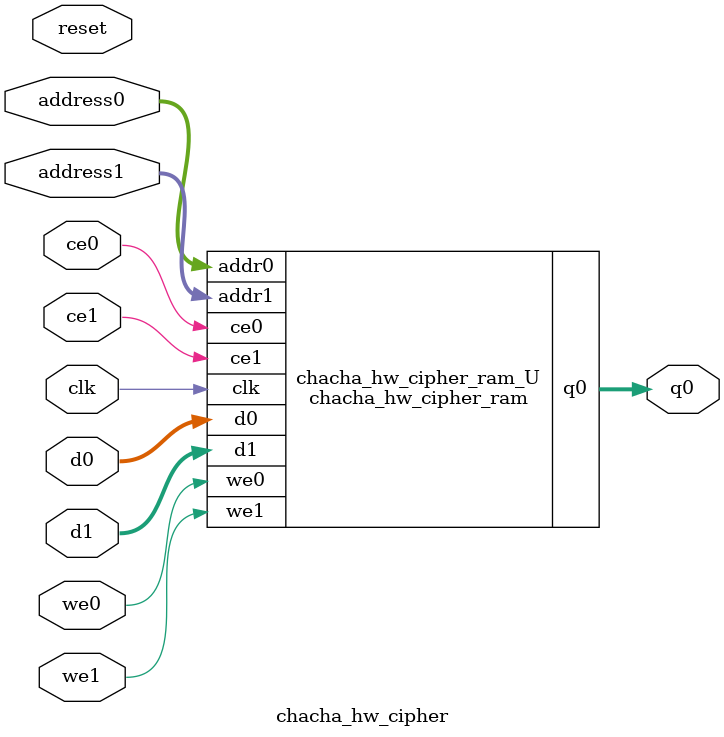
<source format=v>
`timescale 1 ns / 1 ps
module chacha_hw_cipher_ram (addr0, ce0, d0, we0, q0, addr1, ce1, d1, we1,  clk);

parameter DWIDTH = 8;
parameter AWIDTH = 10;
parameter MEM_SIZE = 750;

input[AWIDTH-1:0] addr0;
input ce0;
input[DWIDTH-1:0] d0;
input we0;
output reg[DWIDTH-1:0] q0;
input[AWIDTH-1:0] addr1;
input ce1;
input[DWIDTH-1:0] d1;
input we1;
input clk;

(* ram_style = "block" *)reg [DWIDTH-1:0] ram[0:MEM_SIZE-1];




always @(posedge clk)  
begin 
    if (ce0) 
    begin
        if (we0) 
        begin 
            ram[addr0] <= d0; 
        end 
        q0 <= ram[addr0];
    end
end


always @(posedge clk)  
begin 
    if (ce1) 
    begin
        if (we1) 
        begin 
            ram[addr1] <= d1; 
        end 
    end
end


endmodule

`timescale 1 ns / 1 ps
module chacha_hw_cipher(
    reset,
    clk,
    address0,
    ce0,
    we0,
    d0,
    q0,
    address1,
    ce1,
    we1,
    d1);

parameter DataWidth = 32'd8;
parameter AddressRange = 32'd750;
parameter AddressWidth = 32'd10;
input reset;
input clk;
input[AddressWidth - 1:0] address0;
input ce0;
input we0;
input[DataWidth - 1:0] d0;
output[DataWidth - 1:0] q0;
input[AddressWidth - 1:0] address1;
input ce1;
input we1;
input[DataWidth - 1:0] d1;



chacha_hw_cipher_ram chacha_hw_cipher_ram_U(
    .clk( clk ),
    .addr0( address0 ),
    .ce0( ce0 ),
    .we0( we0 ),
    .d0( d0 ),
    .q0( q0 ),
    .addr1( address1 ),
    .ce1( ce1 ),
    .we1( we1 ),
    .d1( d1 ));

endmodule


</source>
